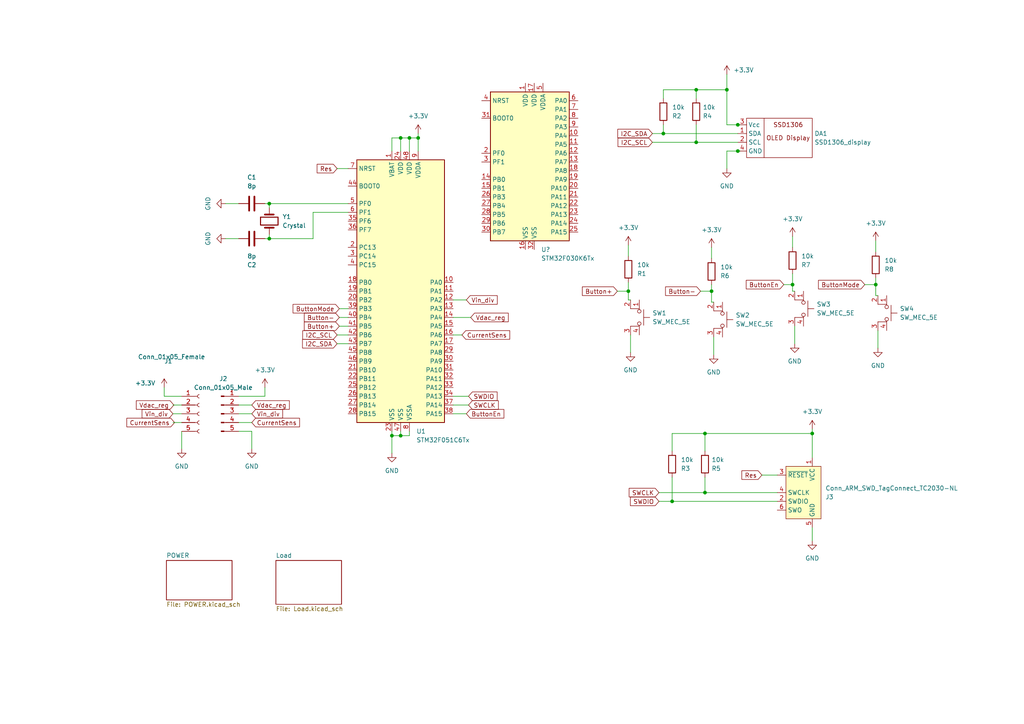
<source format=kicad_sch>
(kicad_sch (version 20211123) (generator eeschema)
  (paper "A4")
  (lib_symbols
    (symbol "Connector:Conn_01x05_Female" (pin_names (offset 1.016) hide)
      (property "Reference" "J" (at 0 7.62 0))
      (property "Value" "Conn_01x05_Female" (at 0 -7.62 0))
      (symbol "Conn_01x05_Female_1_1"
        (arc (start 0 -4.572) (mid -0.508 -5.08) (end 0 -5.588) (stroke (width 0.1524)))
        (arc (start 0 -2.032) (mid -0.508 -2.54) (end 0 -3.048) (stroke (width 0.1524)))
        (polyline (pts (xy -1.27 -5.08) (xy -0.508 -5.08)) (stroke (width 0.1524)))
        (polyline (pts (xy -1.27 -2.54) (xy -0.508 -2.54)) (stroke (width 0.1524)))
        (polyline (pts (xy -1.27 0) (xy -0.508 0)) (stroke (width 0.1524)))
        (polyline (pts (xy -1.27 2.54) (xy -0.508 2.54)) (stroke (width 0.1524)))
        (polyline (pts (xy -1.27 5.08) (xy -0.508 5.08)) (stroke (width 0.1524)))
        (arc (start 0 0.508) (mid -0.508 0) (end 0 -0.508) (stroke (width 0.1524)))
        (arc (start 0 3.048) (mid -0.508 2.54) (end 0 2.032) (stroke (width 0.1524)))
        (arc (start 0 5.588) (mid -0.508 5.08) (end 0 4.572) (stroke (width 0.1524)))
        (pin passive line (at -5.08 5.08 0) (length 3.81) (name "Pin_1") (number "1"))
        (pin passive line (at -5.08 2.54 0) (length 3.81) (name "Pin_2") (number "2"))
        (pin passive line (at -5.08 0 0) (length 3.81) (name "Pin_3") (number "3"))
        (pin passive line (at -5.08 -2.54 0) (length 3.81) (name "Pin_4") (number "4"))
        (pin passive line (at -5.08 -5.08 0) (length 3.81) (name "Pin_5") (number "5"))
      )
    )
    (symbol "Connector:Conn_01x05_Male" (pin_names (offset 1.016) hide)
      (property "Reference" "J" (at 0 7.62 0))
      (property "Value" "Conn_01x05_Male" (at 0 -7.62 0))
      (symbol "Conn_01x05_Male_1_1"
        (polyline (pts (xy 1.27 -5.08) (xy 0.8636 -5.08)) (stroke (width 0.1524)))
        (polyline (pts (xy 1.27 -2.54) (xy 0.8636 -2.54)) (stroke (width 0.1524)))
        (polyline (pts (xy 1.27 0) (xy 0.8636 0)) (stroke (width 0.1524)))
        (polyline (pts (xy 1.27 2.54) (xy 0.8636 2.54)) (stroke (width 0.1524)))
        (polyline (pts (xy 1.27 5.08) (xy 0.8636 5.08)) (stroke (width 0.1524)))
        (rectangle (start 0.8636 -4.953) (end 0 -5.207) (stroke (width 0.1524)) (fill (type outline)))
        (rectangle (start 0.8636 -2.413) (end 0 -2.667) (stroke (width 0.1524)) (fill (type outline)))
        (rectangle (start 0.8636 0.127) (end 0 -0.127) (stroke (width 0.1524)) (fill (type outline)))
        (rectangle (start 0.8636 2.667) (end 0 2.413) (stroke (width 0.1524)) (fill (type outline)))
        (rectangle (start 0.8636 5.207) (end 0 4.953) (stroke (width 0.1524)) (fill (type outline)))
        (pin passive line (at 5.08 5.08 180) (length 3.81) (name "Pin_1") (number "1"))
        (pin passive line (at 5.08 2.54 180) (length 3.81) (name "Pin_2") (number "2"))
        (pin passive line (at 5.08 0 180) (length 3.81) (name "Pin_3") (number "3"))
        (pin passive line (at 5.08 -2.54 180) (length 3.81) (name "Pin_4") (number "4"))
        (pin passive line (at 5.08 -5.08 180) (length 3.81) (name "Pin_5") (number "5"))
      )
    )
    (symbol "Connector:Conn_ARM_SWD_TagConnect_TC2030-NL" (in_bom no)
      (property "Reference" "J" (at 2.54 11.43 0))
      (property "Value" "Conn_ARM_SWD_TagConnect_TC2030-NL" (at 2.54 8.89 0))
      (symbol "Conn_ARM_SWD_TagConnect_TC2030-NL_0_0"
        (pin power_in line (at -2.54 10.16 270) (length 2.54) (name "VCC") (number "1"))
        (pin bidirectional line (at 7.62 -2.54 180) (length 2.54) (name "SWDIO") (number "2"))
        (pin open_collector line (at 7.62 5.08 180) (length 2.54) (name "~{RESET}") (number "3"))
        (pin output line (at 7.62 0 180) (length 2.54) (name "SWCLK") (number "4"))
        (pin power_in line (at -2.54 -10.16 90) (length 2.54) (name "GND") (number "5"))
        (pin input line (at 7.62 -5.08 180) (length 2.54) (name "SWO") (number "6"))
      )
      (symbol "Conn_ARM_SWD_TagConnect_TC2030-NL_0_1"
        (rectangle (start -5.08 7.62) (end 5.08 -7.62) (fill (type background)))
      )
    )
    (symbol "Device:C" (pin_numbers hide) (pin_names (offset 0.254))
      (property "Reference" "C" (at 0.635 2.54 0))
      (property "Value" "C" (at 0.635 -2.54 0))
      (symbol "C_0_1"
        (polyline (pts (xy -2.032 -0.762) (xy 2.032 -0.762)) (stroke (width 0.508)))
        (polyline (pts (xy -2.032 0.762) (xy 2.032 0.762)) (stroke (width 0.508)))
      )
      (symbol "C_1_1"
        (pin passive line (at 0 3.81 270) (length 2.794) (name "~") (number "1"))
        (pin passive line (at 0 -3.81 90) (length 2.794) (name "~") (number "2"))
      )
    )
    (symbol "Device:Crystal" (pin_numbers hide) (pin_names (offset 1.016) hide)
      (property "Reference" "Y" (at 0 3.81 0))
      (property "Value" "Crystal" (at 0 -3.81 0))
      (symbol "Crystal_0_1"
        (rectangle (start -1.143 2.54) (end 1.143 -2.54) (stroke (width 0.3048)))
        (polyline (pts (xy -2.54 0) (xy -1.905 0)))
        (polyline (pts (xy -1.905 -1.27) (xy -1.905 1.27)) (stroke (width 0.508)))
        (polyline (pts (xy 1.905 -1.27) (xy 1.905 1.27)) (stroke (width 0.508)))
        (polyline (pts (xy 2.54 0) (xy 1.905 0)))
      )
      (symbol "Crystal_1_1"
        (pin passive line (at -3.81 0 0) (length 1.27) (name "1") (number "1"))
        (pin passive line (at 3.81 0 180) (length 1.27) (name "2") (number "2"))
      )
    )
    (symbol "Device:R" (pin_numbers hide) (pin_names (offset 0))
      (property "Reference" "R" (at 2.032 0 90))
      (property "Value" "R" (at 0 0 90))
      (symbol "R_0_1"
        (rectangle (start -1.016 -2.54) (end 1.016 2.54) (stroke (width 0.254)))
      )
      (symbol "R_1_1"
        (pin passive line (at 0 3.81 270) (length 1.27) (name "~") (number "1"))
        (pin passive line (at 0 -3.81 90) (length 1.27) (name "~") (number "2"))
      )
    )
    (symbol "MCU_ST_STM32F0:STM32F030K6Tx"
      (property "Reference" "U" (at -12.7 21.59 0))
      (property "Value" "STM32F030K6Tx" (at 5.08 21.59 0))
      (symbol "STM32F030K6Tx_0_1"
        (rectangle (start -12.7 -22.86) (end 10.16 20.32) (stroke (width 0.254)) (fill (type background)))
      )
      (symbol "STM32F030K6Tx_1_1"
        (pin power_in line (at -2.54 22.86 270) (length 2.54) (name "VDD") (number "1"))
        (pin bidirectional line (at 12.7 7.62 180) (length 2.54) (name "PA4") (number "10"))
        (pin bidirectional line (at 12.7 5.08 180) (length 2.54) (name "PA5") (number "11"))
        (pin bidirectional line (at 12.7 2.54 180) (length 2.54) (name "PA6") (number "12"))
        (pin bidirectional line (at 12.7 0 180) (length 2.54) (name "PA7") (number "13"))
        (pin bidirectional line (at -15.24 -5.08 0) (length 2.54) (name "PB0") (number "14"))
        (pin bidirectional line (at -15.24 -7.62 0) (length 2.54) (name "PB1") (number "15"))
        (pin power_in line (at -2.54 -25.4 90) (length 2.54) (name "VSS") (number "16"))
        (pin power_in line (at 0 22.86 270) (length 2.54) (name "VDD") (number "17"))
        (pin bidirectional line (at 12.7 -2.54 180) (length 2.54) (name "PA8") (number "18"))
        (pin bidirectional line (at 12.7 -5.08 180) (length 2.54) (name "PA9") (number "19"))
        (pin input line (at -15.24 2.54 0) (length 2.54) (name "PF0") (number "2"))
        (pin bidirectional line (at 12.7 -7.62 180) (length 2.54) (name "PA10") (number "20"))
        (pin bidirectional line (at 12.7 -10.16 180) (length 2.54) (name "PA11") (number "21"))
        (pin bidirectional line (at 12.7 -12.7 180) (length 2.54) (name "PA12") (number "22"))
        (pin bidirectional line (at 12.7 -15.24 180) (length 2.54) (name "PA13") (number "23"))
        (pin bidirectional line (at 12.7 -17.78 180) (length 2.54) (name "PA14") (number "24"))
        (pin bidirectional line (at 12.7 -20.32 180) (length 2.54) (name "PA15") (number "25"))
        (pin bidirectional line (at -15.24 -10.16 0) (length 2.54) (name "PB3") (number "26"))
        (pin bidirectional line (at -15.24 -12.7 0) (length 2.54) (name "PB4") (number "27"))
        (pin bidirectional line (at -15.24 -15.24 0) (length 2.54) (name "PB5") (number "28"))
        (pin bidirectional line (at -15.24 -17.78 0) (length 2.54) (name "PB6") (number "29"))
        (pin input line (at -15.24 0 0) (length 2.54) (name "PF1") (number "3"))
        (pin bidirectional line (at -15.24 -20.32 0) (length 2.54) (name "PB7") (number "30"))
        (pin input line (at -15.24 12.7 0) (length 2.54) (name "BOOT0") (number "31"))
        (pin power_in line (at 0 -25.4 90) (length 2.54) (name "VSS") (number "32"))
        (pin input line (at -15.24 17.78 0) (length 2.54) (name "NRST") (number "4"))
        (pin power_in line (at 2.54 22.86 270) (length 2.54) (name "VDDA") (number "5"))
        (pin bidirectional line (at 12.7 17.78 180) (length 2.54) (name "PA0") (number "6"))
        (pin bidirectional line (at 12.7 15.24 180) (length 2.54) (name "PA1") (number "7"))
        (pin bidirectional line (at 12.7 12.7 180) (length 2.54) (name "PA2") (number "8"))
        (pin bidirectional line (at 12.7 10.16 180) (length 2.54) (name "PA3") (number "9"))
      )
    )
    (symbol "MCU_ST_STM32F0:STM32F051C6Tx"
      (property "Reference" "U" (at -12.7 39.37 0))
      (property "Value" "STM32F051C6Tx" (at 7.62 39.37 0))
      (symbol "STM32F051C6Tx_0_1"
        (rectangle (start -12.7 -38.1) (end 12.7 38.1) (stroke (width 0.254)) (fill (type background)))
      )
      (symbol "STM32F051C6Tx_1_1"
        (pin power_in line (at -2.54 40.64 270) (length 2.54) (name "VBAT") (number "1"))
        (pin bidirectional line (at 15.24 2.54 180) (length 2.54) (name "PA0") (number "10"))
        (pin bidirectional line (at 15.24 0 180) (length 2.54) (name "PA1") (number "11"))
        (pin bidirectional line (at 15.24 -2.54 180) (length 2.54) (name "PA2") (number "12"))
        (pin bidirectional line (at 15.24 -5.08 180) (length 2.54) (name "PA3") (number "13"))
        (pin bidirectional line (at 15.24 -7.62 180) (length 2.54) (name "PA4") (number "14"))
        (pin bidirectional line (at 15.24 -10.16 180) (length 2.54) (name "PA5") (number "15"))
        (pin bidirectional line (at 15.24 -12.7 180) (length 2.54) (name "PA6") (number "16"))
        (pin bidirectional line (at 15.24 -15.24 180) (length 2.54) (name "PA7") (number "17"))
        (pin bidirectional line (at -15.24 2.54 0) (length 2.54) (name "PB0") (number "18"))
        (pin bidirectional line (at -15.24 0 0) (length 2.54) (name "PB1") (number "19"))
        (pin bidirectional line (at -15.24 12.7 0) (length 2.54) (name "PC13") (number "2"))
        (pin bidirectional line (at -15.24 -2.54 0) (length 2.54) (name "PB2") (number "20"))
        (pin bidirectional line (at -15.24 -22.86 0) (length 2.54) (name "PB10") (number "21"))
        (pin bidirectional line (at -15.24 -25.4 0) (length 2.54) (name "PB11") (number "22"))
        (pin power_in line (at -2.54 -40.64 90) (length 2.54) (name "VSS") (number "23"))
        (pin power_in line (at 0 40.64 270) (length 2.54) (name "VDD") (number "24"))
        (pin bidirectional line (at -15.24 -27.94 0) (length 2.54) (name "PB12") (number "25"))
        (pin bidirectional line (at -15.24 -30.48 0) (length 2.54) (name "PB13") (number "26"))
        (pin bidirectional line (at -15.24 -33.02 0) (length 2.54) (name "PB14") (number "27"))
        (pin bidirectional line (at -15.24 -35.56 0) (length 2.54) (name "PB15") (number "28"))
        (pin bidirectional line (at 15.24 -17.78 180) (length 2.54) (name "PA8") (number "29"))
        (pin bidirectional line (at -15.24 10.16 0) (length 2.54) (name "PC14") (number "3"))
        (pin bidirectional line (at 15.24 -20.32 180) (length 2.54) (name "PA9") (number "30"))
        (pin bidirectional line (at 15.24 -22.86 180) (length 2.54) (name "PA10") (number "31"))
        (pin bidirectional line (at 15.24 -25.4 180) (length 2.54) (name "PA11") (number "32"))
        (pin bidirectional line (at 15.24 -27.94 180) (length 2.54) (name "PA12") (number "33"))
        (pin bidirectional line (at 15.24 -30.48 180) (length 2.54) (name "PA13") (number "34"))
        (pin bidirectional line (at -15.24 20.32 0) (length 2.54) (name "PF6") (number "35"))
        (pin bidirectional line (at -15.24 17.78 0) (length 2.54) (name "PF7") (number "36"))
        (pin bidirectional line (at 15.24 -33.02 180) (length 2.54) (name "PA14") (number "37"))
        (pin bidirectional line (at 15.24 -35.56 180) (length 2.54) (name "PA15") (number "38"))
        (pin bidirectional line (at -15.24 -5.08 0) (length 2.54) (name "PB3") (number "39"))
        (pin bidirectional line (at -15.24 7.62 0) (length 2.54) (name "PC15") (number "4"))
        (pin bidirectional line (at -15.24 -7.62 0) (length 2.54) (name "PB4") (number "40"))
        (pin bidirectional line (at -15.24 -10.16 0) (length 2.54) (name "PB5") (number "41"))
        (pin bidirectional line (at -15.24 -12.7 0) (length 2.54) (name "PB6") (number "42"))
        (pin bidirectional line (at -15.24 -15.24 0) (length 2.54) (name "PB7") (number "43"))
        (pin input line (at -15.24 30.48 0) (length 2.54) (name "BOOT0") (number "44"))
        (pin bidirectional line (at -15.24 -17.78 0) (length 2.54) (name "PB8") (number "45"))
        (pin bidirectional line (at -15.24 -20.32 0) (length 2.54) (name "PB9") (number "46"))
        (pin power_in line (at 0 -40.64 90) (length 2.54) (name "VSS") (number "47"))
        (pin power_in line (at 2.54 40.64 270) (length 2.54) (name "VDD") (number "48"))
        (pin input line (at -15.24 25.4 0) (length 2.54) (name "PF0") (number "5"))
        (pin input line (at -15.24 22.86 0) (length 2.54) (name "PF1") (number "6"))
        (pin input line (at -15.24 35.56 0) (length 2.54) (name "NRST") (number "7"))
        (pin power_in line (at 2.54 -40.64 90) (length 2.54) (name "VSSA") (number "8"))
        (pin power_in line (at 5.08 40.64 270) (length 2.54) (name "VDDA") (number "9"))
      )
    )
    (symbol "MyElements:SSD1306_display"
      (property "Reference" "DA" (at 0 5.715 0))
      (property "Value" "SSD1306_display" (at 0 8.255 0))
      (symbol "SSD1306_display_0_0"
        (text "OLED Display" (at 5.715 -2.54 0) (effects (font (size 1.27 1.27))))
        (text "SSD1306" (at 5.715 1.27 0) (effects (font (size 1.27 1.27))))
      )
      (symbol "SSD1306_display_0_1"
        (rectangle (start -6.35 3.175) (end 12.7 -8.255))
        (polyline (pts (xy -1.27 3.175) (xy -1.27 -8.255)))
      )
      (symbol "SSD1306_display_1_1"
        (pin output line (at -8.89 -1.27 0) (length 2.54) (name "SDA") (number "1"))
        (pin output line (at -8.89 -3.81 0) (length 2.54) (name "SCL") (number "2"))
        (pin output line (at -8.89 1.27 0) (length 2.54) (name "Vcc") (number "3"))
        (pin output line (at -8.89 -6.35 0) (length 2.54) (name "GND") (number "4"))
      )
    )
    (symbol "Switch:SW_MEC_5E" (pin_names (offset 1.016) hide)
      (property "Reference" "SW" (at 0.635 5.715 0))
      (property "Value" "SW_MEC_5E" (at 0 -3.175 0))
      (symbol "SW_MEC_5E_0_1"
        (circle (center -1.778 2.54) (radius 0.508))
        (polyline (pts (xy -2.286 3.81) (xy 2.286 3.81)))
        (polyline (pts (xy 0 3.81) (xy 0 5.588)))
        (polyline (pts (xy -2.54 0) (xy -2.54 2.54) (xy -2.286 2.54)))
        (polyline (pts (xy 2.54 0) (xy 2.54 2.54) (xy 2.286 2.54)))
        (circle (center 1.778 2.54) (radius 0.508))
        (pin passive line (at -5.08 2.54 0) (length 2.54) (name "1") (number "1"))
        (pin passive line (at -5.08 0 0) (length 2.54) (name "2") (number "2"))
        (pin passive line (at 5.08 0 180) (length 2.54) (name "K") (number "3"))
        (pin passive line (at 5.08 2.54 180) (length 2.54) (name "A") (number "4"))
      )
    )
    (symbol "power:+3.3V" (power) (pin_names (offset 0))
      (property "Value" "+3.3V" (at 0 3.556 0))
      (symbol "+3.3V_0_1"
        (polyline (pts (xy -0.762 1.27) (xy 0 2.54)))
        (polyline (pts (xy 0 0) (xy 0 2.54)))
        (polyline (pts (xy 0 2.54) (xy 0.762 1.27)))
      )
      (symbol "+3.3V_1_1"
        (pin power_in line (at 0 0 90) (length 0) hide (name "+3.3V") (number "1"))
      )
    )
    (symbol "power:GND" (power) (pin_names (offset 0))
      (property "Value" "GND" (at 0 -3.81 0))
      (symbol "GND_0_1"
        (polyline (pts (xy 0 0) (xy 0 -1.27) (xy 1.27 -1.27) (xy 0 -2.54) (xy -1.27 -1.27) (xy 0 -1.27)))
      )
      (symbol "GND_1_1"
        (pin power_in line (at 0 0 270) (length 0) hide (name "GND") (number "1"))
      )
    )
  )
  (junction (at 213.995 43.815))
  (junction (at 182.245 84.455))
  (junction (at 116.205 126.365))
  (junction (at 204.47 125.73))
  (junction (at 213.995 36.195))
  (junction (at 254 82.55))
  (junction (at 78.105 69.215))
  (junction (at 201.93 26.035))
  (junction (at 113.665 126.365))
  (junction (at 204.47 142.875))
  (junction (at 121.285 40.005))
  (junction (at 206.375 84.455))
  (junction (at 229.87 82.55))
  (junction (at 116.205 40.005))
  (junction (at 192.405 38.735))
  (junction (at 201.93 41.275))
  (junction (at 210.82 26.035))
  (junction (at 118.745 40.005))
  (junction (at 235.585 125.73))
  (junction (at 78.105 59.055))
  (junction (at 194.945 145.415))
  (wire (pts (xy 182.245 71.12) (xy 182.245 74.295)))
  (wire (pts (xy 182.88 97.155) (xy 182.88 102.235)))
  (wire (pts (xy 116.205 126.365) (xy 116.205 125.095)))
  (wire (pts (xy 229.87 82.55) (xy 229.87 84.455)))
  (wire (pts (xy 220.98 137.795) (xy 225.425 137.795)))
  (wire (pts (xy 90.805 61.595) (xy 100.965 61.595)))
  (wire (pts (xy 194.945 145.415) (xy 225.425 145.415)))
  (wire (pts (xy 97.79 97.155) (xy 100.965 97.155)))
  (wire (pts (xy 69.215 122.555) (xy 73.025 122.555)))
  (wire (pts (xy 204.47 130.81) (xy 204.47 125.73)))
  (wire (pts (xy 194.945 130.81) (xy 194.945 125.73)))
  (wire (pts (xy 50.165 122.555) (xy 52.705 122.555)))
  (wire (pts (xy 201.93 26.035) (xy 210.82 26.035)))
  (wire (pts (xy 189.23 41.275) (xy 201.93 41.275)))
  (wire (pts (xy 113.665 126.365) (xy 113.665 131.445)))
  (wire (pts (xy 191.135 145.415) (xy 194.945 145.415)))
  (wire (pts (xy 210.82 26.035) (xy 210.82 36.195)))
  (wire (pts (xy 118.745 40.005) (xy 121.285 40.005)))
  (wire (pts (xy 235.585 125.73) (xy 235.585 132.715)))
  (wire (pts (xy 69.215 120.015) (xy 73.025 120.015)))
  (wire (pts (xy 201.93 26.035) (xy 201.93 28.575)))
  (wire (pts (xy 121.285 40.005) (xy 121.285 38.735)))
  (wire (pts (xy 227.33 82.55) (xy 229.87 82.55)))
  (wire (pts (xy 203.2 84.455) (xy 206.375 84.455)))
  (wire (pts (xy 201.93 36.195) (xy 201.93 41.275)))
  (wire (pts (xy 69.215 114.935) (xy 76.835 114.935)))
  (wire (pts (xy 131.445 92.075) (xy 136.525 92.075)))
  (wire (pts (xy 191.135 142.875) (xy 204.47 142.875)))
  (wire (pts (xy 116.205 40.005) (xy 118.745 40.005)))
  (wire (pts (xy 98.425 92.075) (xy 100.965 92.075)))
  (wire (pts (xy 214.63 36.195) (xy 213.995 36.195)))
  (wire (pts (xy 235.585 153.035) (xy 235.585 156.845)))
  (wire (pts (xy 131.445 97.155) (xy 133.985 97.155)))
  (wire (pts (xy 113.665 43.815) (xy 113.665 40.005)))
  (wire (pts (xy 52.705 125.095) (xy 52.705 130.175)))
  (wire (pts (xy 116.205 126.365) (xy 118.745 126.365)))
  (wire (pts (xy 179.07 84.455) (xy 182.245 84.455)))
  (wire (pts (xy 131.445 86.995) (xy 135.255 86.995)))
  (wire (pts (xy 118.745 126.365) (xy 118.745 125.095)))
  (wire (pts (xy 76.835 69.215) (xy 78.105 69.215)))
  (wire (pts (xy 206.375 84.455) (xy 206.375 87.63)))
  (wire (pts (xy 229.87 79.375) (xy 229.87 82.55)))
  (wire (pts (xy 194.945 145.415) (xy 194.945 138.43)))
  (wire (pts (xy 254 69.85) (xy 254 73.025)))
  (wire (pts (xy 50.165 120.015) (xy 52.705 120.015)))
  (wire (pts (xy 204.47 125.73) (xy 235.585 125.73)))
  (wire (pts (xy 230.505 94.615) (xy 230.505 99.695)))
  (wire (pts (xy 254 85.725) (xy 254.635 85.725)))
  (wire (pts (xy 206.375 82.55) (xy 206.375 84.455)))
  (wire (pts (xy 78.105 59.055) (xy 100.965 59.055)))
  (wire (pts (xy 250.825 82.55) (xy 254 82.55)))
  (wire (pts (xy 206.375 71.755) (xy 206.375 74.93)))
  (wire (pts (xy 182.245 86.995) (xy 182.88 86.995)))
  (wire (pts (xy 229.87 68.58) (xy 229.87 71.755)))
  (wire (pts (xy 78.105 69.215) (xy 90.805 69.215)))
  (wire (pts (xy 69.215 125.095) (xy 73.025 125.095)))
  (wire (pts (xy 210.82 48.895) (xy 210.82 43.815)))
  (wire (pts (xy 121.285 40.005) (xy 121.285 43.815)))
  (wire (pts (xy 131.445 120.015) (xy 135.255 120.015)))
  (wire (pts (xy 97.79 99.695) (xy 100.965 99.695)))
  (wire (pts (xy 194.945 125.73) (xy 204.47 125.73)))
  (wire (pts (xy 78.105 69.215) (xy 78.105 67.945)))
  (wire (pts (xy 192.405 28.575) (xy 192.405 26.035)))
  (wire (pts (xy 210.82 36.195) (xy 213.995 36.195)))
  (wire (pts (xy 210.82 21.59) (xy 210.82 26.035)))
  (wire (pts (xy 76.835 112.395) (xy 76.835 114.935)))
  (wire (pts (xy 182.245 81.915) (xy 182.245 84.455)))
  (wire (pts (xy 90.805 69.215) (xy 90.805 61.595)))
  (wire (pts (xy 210.82 43.815) (xy 213.995 43.815)))
  (wire (pts (xy 113.665 40.005) (xy 116.205 40.005)))
  (wire (pts (xy 98.425 94.615) (xy 100.965 94.615)))
  (wire (pts (xy 65.405 59.055) (xy 69.215 59.055)))
  (wire (pts (xy 192.405 26.035) (xy 201.93 26.035)))
  (wire (pts (xy 254 82.55) (xy 254 85.725)))
  (wire (pts (xy 97.79 48.895) (xy 100.965 48.895)))
  (wire (pts (xy 76.835 59.055) (xy 78.105 59.055)))
  (wire (pts (xy 135.89 114.935) (xy 131.445 114.935)))
  (wire (pts (xy 98.425 89.535) (xy 100.965 89.535)))
  (wire (pts (xy 116.205 40.005) (xy 116.205 43.815)))
  (wire (pts (xy 118.745 40.005) (xy 118.745 43.815)))
  (wire (pts (xy 65.405 69.215) (xy 69.215 69.215)))
  (wire (pts (xy 47.625 112.395) (xy 47.625 114.935)))
  (wire (pts (xy 47.625 114.935) (xy 52.705 114.935)))
  (wire (pts (xy 254 80.645) (xy 254 82.55)))
  (wire (pts (xy 229.87 84.455) (xy 230.505 84.455)))
  (wire (pts (xy 192.405 38.735) (xy 213.995 38.735)))
  (wire (pts (xy 206.375 87.63) (xy 207.01 87.63)))
  (wire (pts (xy 201.93 41.275) (xy 213.995 41.275)))
  (wire (pts (xy 204.47 142.875) (xy 225.425 142.875)))
  (wire (pts (xy 113.665 125.095) (xy 113.665 126.365)))
  (wire (pts (xy 235.585 124.46) (xy 235.585 125.73)))
  (wire (pts (xy 135.89 117.475) (xy 131.445 117.475)))
  (wire (pts (xy 213.995 43.815) (xy 214.63 43.815)))
  (wire (pts (xy 254.635 95.885) (xy 254.635 100.965)))
  (wire (pts (xy 204.47 142.875) (xy 204.47 138.43)))
  (wire (pts (xy 182.245 84.455) (xy 182.245 86.995)))
  (wire (pts (xy 69.215 117.475) (xy 73.025 117.475)))
  (wire (pts (xy 192.405 36.195) (xy 192.405 38.735)))
  (wire (pts (xy 207.01 97.79) (xy 207.01 102.87)))
  (wire (pts (xy 73.025 125.095) (xy 73.025 130.175)))
  (wire (pts (xy 113.665 126.365) (xy 116.205 126.365)))
  (wire (pts (xy 189.23 38.735) (xy 192.405 38.735)))
  (wire (pts (xy 50.165 117.475) (xy 52.705 117.475)))
  (wire (pts (xy 78.105 59.055) (xy 78.105 60.325)))
  (global_label "I2C_SCL" (shape input) (at 189.23 41.275 180) (property "Intersheet References" "${INTERSHEET_REFS}" (at 179.2574 41.1956 0) (effects (justify right))))
  (global_label "I2C_SCL" (shape input) (at 97.79 97.155 180) (property "Intersheet References" "${INTERSHEET_REFS}" (at 87.8174 97.0756 0) (effects (justify right))))
  (global_label "SWCLK" (shape input) (at 191.135 142.875 180) (property "Intersheet References" "${INTERSHEET_REFS}" (at 182.4929 142.7956 0) (effects (justify right))))
  (global_label "ButtonMode" (shape input) (at 98.425 89.535 180) (property "Intersheet References" "${INTERSHEET_REFS}" (at 85.0052 89.4556 0) (effects (justify right))))
  (global_label "Button+" (shape input) (at 179.07 84.455 180) (property "Intersheet References" "${INTERSHEET_REFS}" (at 168.9159 84.3756 0) (effects (justify right))))
  (global_label "I2C_SDA" (shape input) (at 189.23 38.735 180) (property "Intersheet References" "${INTERSHEET_REFS}" (at 179.1969 38.6556 0) (effects (justify right))))
  (global_label "Vin_div" (shape input) (at 73.025 120.015 0) (property "Intersheet References" "${INTERSHEET_REFS}" (at 81.9695 119.9356 0) (effects (justify left))))
  (global_label "Vdac_reg" (shape input) (at 50.4297 117.475 180) (property "Intersheet References" "${INTERSHEET_REFS}" (at 39.5499 117.3956 0) (effects (justify right))))
  (global_label "CurrentSens" (shape input) (at 133.985 97.155 0) (property "Intersheet References" "${INTERSHEET_REFS}" (at 147.8281 97.0756 0) (effects (justify left))))
  (global_label "Button-" (shape input) (at 203.2 84.455 180) (property "Intersheet References" "${INTERSHEET_REFS}" (at 193.0459 84.3756 0) (effects (justify right))))
  (global_label "Vdac_reg" (shape input) (at 73.025 117.475 0) (property "Intersheet References" "${INTERSHEET_REFS}" (at 83.9048 117.3956 0) (effects (justify left))))
  (global_label "Vin_div" (shape input) (at 50.165 120.015 180) (property "Intersheet References" "${INTERSHEET_REFS}" (at 41.2205 119.9356 0) (effects (justify right))))
  (global_label "Vdac_reg" (shape input) (at 136.525 92.075 0) (property "Intersheet References" "${INTERSHEET_REFS}" (at 147.4048 91.9956 0) (effects (justify left))))
  (global_label "SWDIO" (shape input) (at 135.89 114.935 0) (property "Intersheet References" "${INTERSHEET_REFS}" (at 144.1693 114.8556 0) (effects (justify left))))
  (global_label "I2C_SDA" (shape input) (at 97.79 99.695 180) (property "Intersheet References" "${INTERSHEET_REFS}" (at 87.7569 99.6156 0) (effects (justify right))))
  (global_label "SWCLK" (shape input) (at 135.89 117.475 0) (property "Intersheet References" "${INTERSHEET_REFS}" (at 144.5321 117.3956 0) (effects (justify left))))
  (global_label "ButtonEn" (shape input) (at 227.33 82.55 180) (property "Intersheet References" "${INTERSHEET_REFS}" (at 216.4502 82.4706 0) (effects (justify right))))
  (global_label "Vin_div" (shape input) (at 135.255 86.995 0) (property "Intersheet References" "${INTERSHEET_REFS}" (at 144.1995 86.9156 0) (effects (justify left))))
  (global_label "SWDIO" (shape input) (at 191.135 145.415 180) (property "Intersheet References" "${INTERSHEET_REFS}" (at 182.8557 145.4944 0) (effects (justify right))))
  (global_label "CurrentSens" (shape input) (at 73.025 122.555 0) (property "Intersheet References" "${INTERSHEET_REFS}" (at 86.8681 122.4756 0) (effects (justify left))))
  (global_label "Res" (shape input) (at 220.98 137.795 180) (property "Intersheet References" "${INTERSHEET_REFS}" (at 215.1802 137.7156 0) (effects (justify right))))
  (global_label "ButtonMode" (shape input) (at 250.825 82.55 180) (property "Intersheet References" "${INTERSHEET_REFS}" (at 237.4052 82.4706 0) (effects (justify right))))
  (global_label "CurrentSens" (shape input) (at 50.6413 122.555 180) (property "Intersheet References" "${INTERSHEET_REFS}" (at 36.7982 122.6344 0) (effects (justify right))))
  (global_label "Button-" (shape input) (at 98.425 92.075 180) (property "Intersheet References" "${INTERSHEET_REFS}" (at 88.2709 91.9956 0) (effects (justify right))))
  (global_label "Button+" (shape input) (at 98.425 94.615 180) (property "Intersheet References" "${INTERSHEET_REFS}" (at 88.2709 94.5356 0) (effects (justify right))))
  (global_label "ButtonEn" (shape input) (at 135.255 120.015 0) (property "Intersheet References" "${INTERSHEET_REFS}" (at 146.1348 120.0944 0) (effects (justify left))))
  (global_label "Res" (shape input) (at 97.79 48.895 180) (property "Intersheet References" "${INTERSHEET_REFS}" (at 91.9902 48.8156 0) (effects (justify right))))
  (symbol (lib_id "Device:C") (at 73.025 59.055 90) (unit 1)
    (property "Reference" "C1" (at 73.025 51.435 90))
    (property "Value" "8p" (at 73.025 53.975 90))
    (property "Footprint" "Capacitor_SMD:C_0805_2012Metric" (effects hide))
  )
  (symbol (lib_id "Device:R") (at 201.93 32.385 0) (mirror y) (unit 1)
    (property "Reference" "R4" (at 203.835 33.6551 0) (effects (justify right)))
    (property "Value" "10k" (at 203.835 31.1151 0) (effects (justify right)))
    (property "Footprint" "Resistor_SMD:R_0805_2012Metric" (effects hide))
  )
  (symbol (lib_id "power:GND") (at 235.585 156.845 0) (unit 1)
    (property "Reference" "#PWR018" (effects hide))
    (property "Value" "GND" (at 235.585 161.925 0))
  )
  (symbol (lib_id "power:GND") (at 254.635 100.965 0) (unit 1)
    (property "Reference" "#PWR020" (effects hide))
    (property "Value" "GND" (at 254.635 106.045 0))
  )
  (symbol (lib_id "power:GND") (at 207.01 102.87 0) (unit 1)
    (property "Reference" "#PWR012" (effects hide))
    (property "Value" "GND" (at 207.01 107.95 0))
  )
  (symbol (lib_id "Device:Crystal") (at 78.105 64.135 90) (unit 1)
    (property "Reference" "Y1" (at 81.915 62.8649 90) (effects (justify right)))
    (property "Value" "Crystal" (at 81.915 65.4049 90) (effects (justify right)))
    (property "Footprint" "Crystal:Crystal_HC49-4H_Vertical" (effects hide))
  )
  (symbol (lib_id "power:+3.3V") (at 254 69.85 0) (unit 1)
    (property "Reference" "#PWR019" (effects hide))
    (property "Value" "+3.3V" (at 254 64.77 0))
  )
  (symbol (lib_id "Connector:Conn_01x05_Male") (at 64.135 120.015 0) (unit 1)
    (property "Reference" "J2" (at 64.77 109.855 0))
    (property "Value" "Conn_01x05_Male" (at 64.77 112.395 0))
    (property "Footprint" "Connector_PinHeader_2.54mm:PinHeader_1x05_P2.54mm_Vertical" (effects hide))
  )
  (symbol (lib_id "power:+3.3V") (at 47.625 112.395 0) (unit 1)
    (property "Reference" "#PWR01" (effects hide))
    (property "Value" "+3.3V" (at 45.085 111.125 0) (effects (justify right)))
  )
  (symbol (lib_id "power:+3.3V") (at 182.245 71.12 0) (unit 1)
    (property "Reference" "#PWR09" (effects hide))
    (property "Value" "+3.3V" (at 182.245 66.04 0))
  )
  (symbol (lib_id "power:+3.3V") (at 76.835 112.395 0) (unit 1)
    (property "Reference" "#PWR06" (effects hide))
    (property "Value" "+3.3V" (at 76.835 107.315 0))
  )
  (symbol (lib_id "Switch:SW_MEC_5E") (at 254.635 90.805 270) (unit 1)
    (property "Reference" "SW4" (at 260.985 89.5349 90) (effects (justify left)))
    (property "Value" "SW_MEC_5E" (at 260.985 92.0749 90) (effects (justify left)))
    (property "Footprint" "Button_Switch_THT:SW_PUSH_6mm" (effects hide))
    (property "Datasheet" "http://www.apem.com/int/index.php?controller=attachment&id_attachment=1371" (effects hide))
  )
  (symbol (lib_id "Device:R") (at 229.87 75.565 0) (mirror y) (unit 1)
    (property "Reference" "R7" (at 232.41 76.8351 0) (effects (justify right)))
    (property "Value" "10k" (at 232.41 74.2951 0) (effects (justify right)))
    (property "Footprint" "Resistor_SMD:R_0805_2012Metric" (effects hide))
  )
  (symbol (lib_id "Device:R") (at 182.245 78.105 0) (mirror y) (unit 1)
    (property "Reference" "R1" (at 184.785 79.3751 0) (effects (justify right)))
    (property "Value" "10k" (at 184.785 76.8351 0) (effects (justify right)))
    (property "Footprint" "Resistor_SMD:R_0805_2012Metric" (effects hide))
  )
  (symbol (lib_id "power:GND") (at 65.405 59.055 270) (unit 1)
    (property "Reference" "#PWR03" (effects hide))
    (property "Value" "GND" (at 60.325 59.055 0))
  )
  (symbol (lib_id "Switch:SW_MEC_5E") (at 182.88 92.075 270) (unit 1)
    (property "Reference" "SW1" (at 189.23 90.8049 90) (effects (justify left)))
    (property "Value" "SW_MEC_5E" (at 189.23 93.3449 90) (effects (justify left)))
    (property "Footprint" "Button_Switch_THT:SW_PUSH_6mm" (effects hide))
    (property "Datasheet" "http://www.apem.com/int/index.php?controller=attachment&id_attachment=1371" (effects hide))
  )
  (symbol (lib_id "Device:R") (at 194.945 134.62 0) (mirror y) (unit 1)
    (property "Reference" "R3" (at 197.485 135.8901 0) (effects (justify right)))
    (property "Value" "10k" (at 197.485 133.3501 0) (effects (justify right)))
    (property "Footprint" "Resistor_SMD:R_0805_2012Metric" (effects hide))
  )
  (symbol (lib_id "power:GND") (at 113.665 131.445 0) (unit 1)
    (property "Reference" "#PWR07" (effects hide))
    (property "Value" "GND" (at 113.665 136.525 0))
  )
  (symbol (lib_id "power:+3.3V") (at 206.375 71.755 0) (unit 1)
    (property "Reference" "#PWR011" (effects hide))
    (property "Value" "+3.3V" (at 206.375 66.675 0))
  )
  (symbol (lib_id "power:GND") (at 230.505 99.695 0) (unit 1)
    (property "Reference" "#PWR016" (effects hide))
    (property "Value" "GND" (at 230.505 104.775 0))
  )
  (symbol (lib_id "Switch:SW_MEC_5E") (at 207.01 92.71 270) (unit 1)
    (property "Reference" "SW2" (at 213.36 91.4399 90) (effects (justify left)))
    (property "Value" "SW_MEC_5E" (at 213.36 93.9799 90) (effects (justify left)))
    (property "Footprint" "Button_Switch_THT:SW_PUSH_6mm" (effects hide))
    (property "Datasheet" "http://www.apem.com/int/index.php?controller=attachment&id_attachment=1371" (effects hide))
  )
  (symbol (lib_id "power:GND") (at 210.82 48.895 0) (unit 1)
    (property "Reference" "#PWR014" (effects hide))
    (property "Value" "GND" (at 210.82 53.975 0))
  )
  (symbol (lib_id "Switch:SW_MEC_5E") (at 230.505 89.535 270) (unit 1)
    (property "Reference" "SW3" (at 236.855 88.2649 90) (effects (justify left)))
    (property "Value" "SW_MEC_5E" (at 236.855 90.8049 90) (effects (justify left)))
    (property "Footprint" "Button_Switch_THT:SW_PUSH_6mm" (effects hide))
    (property "Datasheet" "http://www.apem.com/int/index.php?controller=attachment&id_attachment=1371" (effects hide))
  )
  (symbol (lib_id "power:GND") (at 182.88 102.235 0) (unit 1)
    (property "Reference" "#PWR010" (effects hide))
    (property "Value" "GND" (at 182.88 107.315 0))
  )
  (symbol (lib_id "Connector:Conn_01x05_Female") (at 57.785 120.015 0) (unit 1)
    (property "Reference" "J1" (at 47.625 104.775 0) (effects (justify left)))
    (property "Value" "Conn_01x05_Female" (at 40.005 103.505 0) (effects (justify left)))
    (property "Footprint" "Connector_PinHeader_2.54mm:PinHeader_1x05_P2.54mm_Vertical" (effects hide))
  )
  (symbol (lib_id "power:+3.3V") (at 229.87 68.58 0) (unit 1)
    (property "Reference" "#PWR015" (effects hide))
    (property "Value" "+3.3V" (at 229.87 63.5 0))
  )
  (symbol (lib_id "power:+3.3V") (at 121.285 38.735 0) (unit 1)
    (property "Reference" "#PWR08" (effects hide))
    (property "Value" "+3.3V" (at 121.285 33.655 0))
  )
  (symbol (lib_id "power:GND") (at 73.025 130.175 0) (unit 1)
    (property "Reference" "#PWR05" (effects hide))
    (property "Value" "GND" (at 73.025 135.255 0))
  )
  (symbol (lib_id "MyElements:SSD1306_display") (at 222.885 37.465 0) (unit 1)
    (property "Reference" "DA1" (at 236.22 38.7349 0) (effects (justify left)))
    (property "Value" "SSD1306_display" (at 236.22 41.2749 0) (effects (justify left)))
    (property "Footprint" "MyElemets:Display_SSD1306" (effects hide))
  )
  (symbol (lib_id "power:GND") (at 65.405 69.215 270) (unit 1)
    (property "Reference" "#PWR04" (effects hide))
    (property "Value" "GND" (at 60.325 69.215 0))
  )
  (symbol (lib_id "Device:R") (at 254 76.835 0) (mirror y) (unit 1)
    (property "Reference" "R8" (at 256.54 78.1051 0) (effects (justify right)))
    (property "Value" "10k" (at 256.54 75.5651 0) (effects (justify right)))
    (property "Footprint" "Resistor_SMD:R_0805_2012Metric" (effects hide))
  )
  (symbol (lib_id "power:+3.3V") (at 210.82 21.59 0) (unit 1)
    (property "Reference" "#PWR013" (effects hide))
    (property "Value" "+3.3V" (at 212.725 20.3199 0) (effects (justify left)))
  )
  (symbol (lib_id "power:+3.3V") (at 235.585 124.46 0) (unit 1)
    (property "Reference" "#PWR017" (effects hide))
    (property "Value" "+3.3V" (at 235.585 119.38 0))
  )
  (symbol (lib_id "power:GND") (at 52.705 130.175 0) (unit 1)
    (property "Reference" "#PWR02" (effects hide))
    (property "Value" "GND" (at 52.705 135.255 0))
  )
  (symbol (lib_id "Device:R") (at 204.47 134.62 0) (mirror y) (unit 1)
    (property "Reference" "R5" (at 206.375 135.8901 0) (effects (justify right)))
    (property "Value" "10k" (at 206.375 133.3501 0) (effects (justify right)))
    (property "Footprint" "Resistor_SMD:R_0805_2012Metric" (effects hide))
  )
  (symbol (lib_id "Connector:Conn_ARM_SWD_TagConnect_TC2030-NL") (at 233.045 142.875 0) (mirror y) (unit 1)
    (property "Reference" "J3" (at 239.395 144.1451 0) (effects (justify right)))
    (property "Value" "Conn_ARM_SWD_TagConnect_TC2030-NL" (at 239.395 141.6051 0) (effects (justify right)))
    (property "Footprint" "MyElemets:PWD_10pin_Conn" (effects hide))
    (property "Datasheet" "https://www.tag-connect.com/wp-content/uploads/bsk-pdf-manager/TC2030-CTX_1.pdf" (effects hide))
  )
  (symbol (lib_id "MCU_ST_STM32F0:STM32F030K6Tx") (at 154.94 46.99 0) (unit 1)
    (property "Reference" "U?" (at 156.9594 72.39 0) (effects (justify left)))
    (property "Value" "STM32F030K6Tx" (at 156.9594 74.93 0) (effects (justify left)))
    (property "Footprint" "Package_QFP:LQFP-32_7x7mm_P0.8mm" (effects hide))
    (property "Datasheet" "http://www.st.com/st-web-ui/static/active/en/resource/technical/document/datasheet/DM00088500.pdf" (effects hide))
  )
  (symbol (lib_id "Device:R") (at 206.375 78.74 0) (mirror y) (unit 1)
    (property "Reference" "R6" (at 208.915 80.0101 0) (effects (justify right)))
    (property "Value" "10k" (at 208.915 77.4701 0) (effects (justify right)))
    (property "Footprint" "Resistor_SMD:R_0805_2012Metric" (effects hide))
  )
  (symbol (lib_id "Device:C") (at 73.025 69.215 270) (unit 1)
    (property "Reference" "C2" (at 73.025 76.835 90))
    (property "Value" "8p" (at 73.025 74.295 90))
    (property "Footprint" "Capacitor_SMD:C_0805_2012Metric" (effects hide))
  )
  (symbol (lib_id "MCU_ST_STM32F0:STM32F051C6Tx") (at 116.205 84.455 0) (unit 1)
    (property "Reference" "U1" (at 120.7644 125.095 0) (effects (justify left)))
    (property "Value" "STM32F051C6Tx" (at 120.7644 127.635 0) (effects (justify left)))
    (property "Footprint" "Package_QFP:LQFP-48_7x7mm_P0.5mm" (effects hide))
    (property "Datasheet" "http://www.st.com/st-web-ui/static/active/en/resource/technical/document/datasheet/DM00039193.pdf" (effects hide))
  )
  (symbol (lib_id "Device:R") (at 192.405 32.385 0) (mirror y) (unit 1)
    (property "Reference" "R2" (at 194.945 33.6551 0) (effects (justify right)))
    (property "Value" "10k" (at 194.945 31.1151 0) (effects (justify right)))
    (property "Footprint" "Resistor_SMD:R_0805_2012Metric" (effects hide))
  )
  (sheet (at 80.01 162.56) (size 19.05 12.7) (stroke (width 0.1524))
    (property "Sheet name" "Load" (at 80.01 161.8484 0) (effects (justify left bottom)))
    (property "Sheet file" "Load.kicad_sch" (at 80.01 175.8446 0) (effects (justify left top)))
  )
  (sheet (at 48.26 162.56) (size 19.05 11.43) (stroke (width 0.1524))
    (property "Sheet name" "POWER" (at 48.26 161.8484 0) (effects (justify left bottom)))
    (property "Sheet file" "POWER.kicad_sch" (at 48.26 174.5746 0) (effects (justify left top)))
  )
)
</source>
